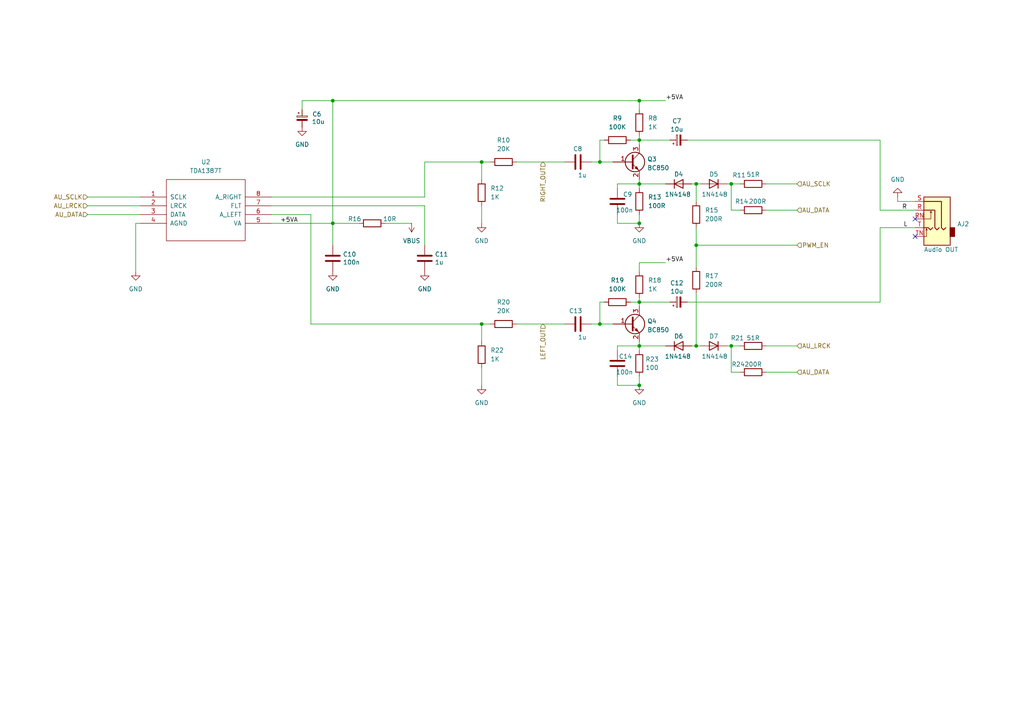
<source format=kicad_sch>
(kicad_sch (version 20231120) (generator "eeschema") (generator_version "8.0")
  (paper "A4")
  (title_block (title "Valera-2350A") (date "2025-01-30") (rev "1.0") (company "Mikhail Matveev") (comment 1 "https://github.com/xtremespb/frank"))
  (lib_symbols
    (symbol "Connector_Audio:AudioJack3_SwitchTR"
      (property "Reference" "J" (at 0 8.89 0))
      (property "Value" "AudioJack3_SwitchTR" (at 0 6.35 0))
      (symbol "AudioJack3_SwitchTR_0_1"
        (rectangle (start -5.08 -5.08) (end -6.35 -7.62) (stroke (width 0.254)) (fill (type outline)))
        (polyline (pts (xy 0.508 -0.254) (xy 0.762 -0.762)))
        (polyline (pts (xy 1.778 -5.334) (xy 2.032 -5.842)))
        (polyline (pts (xy 0 -5.08) (xy 0.635 -5.715) (xy 1.27 -5.08) (xy 2.54 -5.08)) (stroke (width 0.254)))
        (polyline (pts (xy 2.54 -7.62) (xy 1.778 -7.62) (xy 1.778 -5.334) (xy 1.524 -5.842)))
        (polyline (pts (xy 2.54 -2.54) (xy 0.508 -2.54) (xy 0.508 -0.254) (xy 0.254 -0.762)))
        (polyline (pts (xy -1.905 -5.08) (xy -1.27 -5.715) (xy -0.635 -5.08) (xy -0.635 0) (xy 2.54 0)) (stroke (width 0.254)))
        (polyline (pts (xy 2.54 2.54) (xy -2.54 2.54) (xy -2.54 -5.08) (xy -3.175 -5.715) (xy -3.81 -5.08)) (stroke (width 0.254)))
        (rectangle (start 2.54 3.81) (end -5.08 -10.16) (stroke (width 0.254)) (fill (type background)))
      )
      (symbol "AudioJack3_SwitchTR_1_1"
        (pin passive line (at 5.08 0 180) (length 2.54) (name "~") (number "R"))
        (pin passive line (at 5.08 -2.54 180) (length 2.54) (name "~") (number "RN"))
        (pin passive line (at 5.08 2.54 180) (length 2.54) (name "~") (number "S"))
        (pin passive line (at 5.08 -5.08 180) (length 2.54) (name "~") (number "T"))
        (pin passive line (at 5.08 -7.62 180) (length 2.54) (name "~") (number "TN"))
      )
    )
    (symbol "D_1" (pin_numbers hide) (pin_names (offset 1.016) hide)
      (property "Reference" "D" (at 0 2.54 0))
      (property "Value" "D" (at 0 -2.54 0))
      (symbol "D_1_0_1"
        (polyline (pts (xy -1.27 1.27) (xy -1.27 -1.27)) (stroke (width 0.254)))
        (polyline (pts (xy 1.27 0) (xy -1.27 0)))
        (polyline (pts (xy 1.27 1.27) (xy 1.27 -1.27) (xy -1.27 0) (xy 1.27 1.27)) (stroke (width 0.254)))
      )
      (symbol "D_1_1_1"
        (pin passive line (at -3.81 0 0) (length 2.54) (name "K") (number "1"))
        (pin passive line (at 3.81 0 180) (length 2.54) (name "A") (number "2"))
      )
    )
    (symbol "D_2" (pin_numbers hide) (pin_names (offset 1.016) hide)
      (property "Reference" "D" (at 0 2.54 0))
      (property "Value" "D" (at 0 -2.54 0))
      (symbol "D_2_0_1"
        (polyline (pts (xy -1.27 1.27) (xy -1.27 -1.27)) (stroke (width 0.254)))
        (polyline (pts (xy 1.27 0) (xy -1.27 0)))
        (polyline (pts (xy 1.27 1.27) (xy 1.27 -1.27) (xy -1.27 0) (xy 1.27 1.27)) (stroke (width 0.254)))
      )
      (symbol "D_2_1_1"
        (pin passive line (at -3.81 0 0) (length 2.54) (name "K") (number "1"))
        (pin passive line (at 3.81 0 180) (length 2.54) (name "A") (number "2"))
      )
    )
    (symbol "D_3" (pin_numbers hide) (pin_names (offset 1.016) hide)
      (property "Reference" "D" (at 0 2.54 0))
      (property "Value" "D" (at 0 -2.54 0))
      (symbol "D_3_0_1"
        (polyline (pts (xy -1.27 1.27) (xy -1.27 -1.27)) (stroke (width 0.254)))
        (polyline (pts (xy 1.27 0) (xy -1.27 0)))
        (polyline (pts (xy 1.27 1.27) (xy 1.27 -1.27) (xy -1.27 0) (xy 1.27 1.27)) (stroke (width 0.254)))
      )
      (symbol "D_3_1_1"
        (pin passive line (at -3.81 0 0) (length 2.54) (name "K") (number "1"))
        (pin passive line (at 3.81 0 180) (length 2.54) (name "A") (number "2"))
      )
    )
    (symbol "Device:C" (pin_numbers hide) (pin_names (offset 0.254))
      (property "Reference" "C" (at 0.635 2.54 0))
      (property "Value" "C" (at 0.635 -2.54 0))
      (symbol "C_0_1"
        (polyline (pts (xy -2.032 -0.762) (xy 2.032 -0.762)) (stroke (width 0.508)))
        (polyline (pts (xy -2.032 0.762) (xy 2.032 0.762)) (stroke (width 0.508)))
      )
      (symbol "C_1_1"
        (pin passive line (at 0 3.81 270) (length 2.794) (name "~") (number "1"))
        (pin passive line (at 0 -3.81 90) (length 2.794) (name "~") (number "2"))
      )
    )
    (symbol "Device:C_Polarized_Small" (pin_numbers hide) (pin_names (offset 0.254) hide)
      (property "Reference" "C" (at 0.254 1.778 0))
      (property "Value" "C_Polarized_Small" (at 0.254 -2.032 0))
      (symbol "C_Polarized_Small_0_1"
        (rectangle (start -1.524 -0.3048) (end 1.524 -0.6858) (fill (type outline)))
        (rectangle (start -1.524 0.6858) (end 1.524 0.3048))
        (polyline (pts (xy -1.27 1.524) (xy -0.762 1.524)))
        (polyline (pts (xy -1.016 1.27) (xy -1.016 1.778)))
      )
      (symbol "C_Polarized_Small_1_1"
        (pin passive line (at 0 2.54 270) (length 1.8542) (name "~") (number "1"))
        (pin passive line (at 0 -2.54 90) (length 1.8542) (name "~") (number "2"))
      )
    )
    (symbol "Device:D" (pin_numbers hide) (pin_names (offset 1.016) hide)
      (property "Reference" "D" (at 0 2.54 0))
      (property "Value" "D" (at 0 -2.54 0))
      (symbol "D_0_1"
        (polyline (pts (xy -1.27 1.27) (xy -1.27 -1.27)) (stroke (width 0.254)))
        (polyline (pts (xy 1.27 0) (xy -1.27 0)))
        (polyline (pts (xy 1.27 1.27) (xy 1.27 -1.27) (xy -1.27 0) (xy 1.27 1.27)) (stroke (width 0.254)))
      )
      (symbol "D_1_1"
        (pin passive line (at -3.81 0 0) (length 2.54) (name "K") (number "1"))
        (pin passive line (at 3.81 0 180) (length 2.54) (name "A") (number "2"))
      )
    )
    (symbol "Device:R" (pin_numbers hide) (pin_names (offset 0))
      (property "Reference" "R" (at 2.032 0 90))
      (property "Value" "R" (at 0 0 90))
      (symbol "R_0_1"
        (rectangle (start -1.016 -2.54) (end 1.016 2.54) (stroke (width 0.254)))
      )
      (symbol "R_1_1"
        (pin passive line (at 0 3.81 270) (length 1.27) (name "~") (number "1"))
        (pin passive line (at 0 -3.81 90) (length 1.27) (name "~") (number "2"))
      )
    )
    (symbol "FRANK:TDA1387T" (pin_names (offset 1.016))
      (property "Reference" "U4" (at 0 12.9075 0))
      (property "Value" "TDA1387T" (at 0 10.4832 0))
      (symbol "TDA1387T_1_0"
        (rectangle (start -11.43 -8.89) (end 11.43 8.89))
      )
      (symbol "TDA1387T_1_1"
        (pin input line (at -19.05 3.81 0) (length 7.62) (name "SCLK") (number "1"))
        (pin input line (at -19.05 1.27 0) (length 7.62) (name "LRCK") (number "2"))
        (pin input line (at -19.05 -1.27 0) (length 7.62) (name "DATA") (number "3"))
        (pin input line (at -19.05 -3.81 0) (length 7.62) (name "AGND") (number "4"))
        (pin input line (at 19.05 -3.81 180) (length 7.62) (name "VA") (number "5"))
        (pin input line (at 19.05 -1.27 180) (length 7.62) (name "A_LEFT") (number "6"))
        (pin input line (at 19.05 1.27 180) (length 7.62) (name "FLT") (number "7"))
        (pin input line (at 19.05 3.81 180) (length 7.62) (name "A_RIGHT") (number "8"))
      )
    )
    (symbol "GND_1" (power) (pin_numbers hide) (pin_names (offset 0) hide)
      (property "Value" "GND" (at 0 -3.81 0))
      (symbol "GND_1_0_1"
        (polyline (pts (xy 0 0) (xy 0 -1.27) (xy 1.27 -1.27) (xy 0 -2.54) (xy -1.27 -1.27) (xy 0 -1.27)))
      )
      (symbol "GND_1_1_1"
        (pin power_in line (at 0 0 270) (length 0) (name "~") (number "1"))
      )
    )
    (symbol "GND_2" (power) (pin_numbers hide) (pin_names (offset 0) hide)
      (property "Value" "GND" (at 0 -3.81 0))
      (symbol "GND_2_0_1"
        (polyline (pts (xy 0 0) (xy 0 -1.27) (xy 1.27 -1.27) (xy 0 -2.54) (xy -1.27 -1.27) (xy 0 -1.27)))
      )
      (symbol "GND_2_1_1"
        (pin power_in line (at 0 0 270) (length 0) (name "~") (number "1"))
      )
    )
    (symbol "Transistor_BJT:BC850" (pin_names (offset 0) hide)
      (property "Reference" "Q" (at 5.08 1.905 0))
      (property "Value" "BC850" (at 5.08 0 0))
      (symbol "BC850_0_1"
        (polyline (pts (xy 0.635 0.635) (xy 2.54 2.54)))
        (polyline (pts (xy 0.635 -0.635) (xy 2.54 -2.54) (xy 2.54 -2.54)))
        (polyline (pts (xy 0.635 1.905) (xy 0.635 -1.905) (xy 0.635 -1.905)) (stroke (width 0.508)))
        (polyline (pts (xy 1.27 -1.778) (xy 1.778 -1.27) (xy 2.286 -2.286) (xy 1.27 -1.778) (xy 1.27 -1.778)) (fill (type outline)))
        (circle (center 1.27 0) (radius 2.8194) (stroke (width 0.254)))
      )
      (symbol "BC850_1_1"
        (pin input line (at -5.08 0 0) (length 5.715) (name "B") (number "1"))
        (pin passive line (at 2.54 -5.08 90) (length 2.54) (name "E") (number "2"))
        (pin passive line (at 2.54 5.08 270) (length 2.54) (name "C") (number "3"))
      )
    )
    (symbol "power:VBUS" (power) (pin_numbers hide) (pin_names (offset 0) hide)
      (property "Value" "VBUS" (at 0 3.556 0))
      (symbol "VBUS_0_1"
        (polyline (pts (xy -0.762 1.27) (xy 0 2.54)))
        (polyline (pts (xy 0 0) (xy 0 2.54)))
        (polyline (pts (xy 0 2.54) (xy 0.762 1.27)))
      )
      (symbol "VBUS_1_1"
        (pin power_in line (at 0 0 90) (length 0) (name "~") (number "1"))
      )
    )
  )
  (junction (at 201.93 53.34))
  (junction (at 185.42 53.34))
  (junction (at 201.93 100.33))
  (junction (at 212.09 100.33))
  (junction (at 139.7 46.99))
  (junction (at 185.42 40.64))
  (junction (at 139.7 93.98))
  (junction (at 185.42 100.33))
  (junction (at 212.09 53.34))
  (junction (at 185.42 87.63))
  (junction (at 96.52 29.21))
  (junction (at 185.42 29.21))
  (junction (at 173.99 93.98))
  (junction (at 96.52 64.77))
  (junction (at 201.93 71.12))
  (junction (at 185.42 111.76))
  (junction (at 185.42 64.77))
  (junction (at 173.99 46.99))
  (no_connect (at 265.43 68.58))
  (no_connect (at 265.43 63.5))
  (wire (pts (xy 199.39 40.64) (xy 255.27 40.64)))
  (wire (pts (xy 185.42 53.34) (xy 185.42 52.07)))
  (wire (pts (xy 185.42 87.63) (xy 185.42 88.9)))
  (wire (pts (xy 214.63 107.95) (xy 212.09 107.95)))
  (wire (pts (xy 185.42 40.64) (xy 194.31 40.64)))
  (wire (pts (xy 171.45 93.98) (xy 173.99 93.98)))
  (wire (pts (xy 39.37 64.77) (xy 39.37 78.74)))
  (wire (pts (xy 255.27 87.63) (xy 255.27 66.04)))
  (wire (pts (xy 185.42 76.2) (xy 193.04 76.2)))
  (wire (pts (xy 139.7 93.98) (xy 142.24 93.98)))
  (wire (pts (xy 25.4 62.23) (xy 40.64 62.23)))
  (wire (pts (xy 171.45 46.99) (xy 173.99 46.99)))
  (wire (pts (xy 179.07 100.33) (xy 185.42 100.33)))
  (wire (pts (xy 90.17 93.98) (xy 90.17 62.23)))
  (wire (pts (xy 201.93 71.12) (xy 201.93 77.47)))
  (wire (pts (xy 200.66 100.33) (xy 201.93 100.33)))
  (wire (pts (xy 203.2 100.33) (xy 201.93 100.33)))
  (wire (pts (xy 185.42 40.64) (xy 185.42 41.91)))
  (wire (pts (xy 96.52 29.21) (xy 96.52 64.77)))
  (wire (pts (xy 222.25 60.96) (xy 231.14 60.96)))
  (wire (pts (xy 210.82 53.34) (xy 212.09 53.34)))
  (wire (pts (xy 210.82 100.33) (xy 212.09 100.33)))
  (wire (pts (xy 39.37 64.77) (xy 40.64 64.77)))
  (wire (pts (xy 222.25 100.33) (xy 231.14 100.33)))
  (wire (pts (xy 139.7 59.69) (xy 139.7 64.77)))
  (wire (pts (xy 212.09 107.95) (xy 212.09 100.33)))
  (wire (pts (xy 203.2 53.34) (xy 201.93 53.34)))
  (wire (pts (xy 25.4 59.69) (xy 40.64 59.69)))
  (wire (pts (xy 173.99 40.64) (xy 173.99 46.99)))
  (wire (pts (xy 96.52 64.77) (xy 96.52 71.12)))
  (wire (pts (xy 149.86 93.98) (xy 163.83 93.98)))
  (wire (pts (xy 212.09 60.96) (xy 212.09 53.34)))
  (wire (pts (xy 201.93 85.09) (xy 201.93 100.33)))
  (wire (pts (xy 139.7 46.99) (xy 139.7 52.07)))
  (wire (pts (xy 265.43 60.96) (xy 255.27 60.96)))
  (wire (pts (xy 175.26 87.63) (xy 173.99 87.63)))
  (wire (pts (xy 149.86 46.99) (xy 163.83 46.99)))
  (wire (pts (xy 185.42 100.33) (xy 185.42 99.06)))
  (wire (pts (xy 222.25 107.95) (xy 231.14 107.95)))
  (wire (pts (xy 182.88 87.63) (xy 185.42 87.63)))
  (wire (pts (xy 255.27 60.96) (xy 255.27 40.64)))
  (wire (pts (xy 173.99 46.99) (xy 177.8 46.99)))
  (wire (pts (xy 185.42 100.33) (xy 185.42 101.6)))
  (wire (pts (xy 96.52 64.77) (xy 104.14 64.77)))
  (wire (pts (xy 185.42 86.36) (xy 185.42 87.63)))
  (wire (pts (xy 212.09 100.33) (xy 214.63 100.33)))
  (wire (pts (xy 265.43 58.42) (xy 260.35 58.42)))
  (wire (pts (xy 200.66 53.34) (xy 201.93 53.34)))
  (wire (pts (xy 123.19 59.69) (xy 123.19 71.12)))
  (wire (pts (xy 173.99 87.63) (xy 173.99 93.98)))
  (wire (pts (xy 90.17 93.98) (xy 139.7 93.98)))
  (wire (pts (xy 78.74 62.23) (xy 90.17 62.23)))
  (wire (pts (xy 179.07 111.76) (xy 185.42 111.76)))
  (wire (pts (xy 201.93 53.34) (xy 201.93 58.42)))
  (wire (pts (xy 182.88 40.64) (xy 185.42 40.64)))
  (wire (pts (xy 214.63 60.96) (xy 212.09 60.96)))
  (wire (pts (xy 185.42 29.21) (xy 96.52 29.21)))
  (wire (pts (xy 139.7 93.98) (xy 139.7 99.06)))
  (wire (pts (xy 123.19 57.15) (xy 123.19 46.99)))
  (wire (pts (xy 179.07 109.22) (xy 179.07 111.76)))
  (wire (pts (xy 201.93 71.12) (xy 231.14 71.12)))
  (wire (pts (xy 255.27 66.04) (xy 265.43 66.04)))
  (wire (pts (xy 139.7 106.68) (xy 139.7 111.76)))
  (wire (pts (xy 179.07 64.77) (xy 185.42 64.77)))
  (wire (pts (xy 173.99 93.98) (xy 177.8 93.98)))
  (wire (pts (xy 193.04 100.33) (xy 185.42 100.33)))
  (wire (pts (xy 87.63 29.21) (xy 96.52 29.21)))
  (wire (pts (xy 179.07 101.6) (xy 179.07 100.33)))
  (wire (pts (xy 78.74 64.77) (xy 96.52 64.77)))
  (wire (pts (xy 179.07 53.34) (xy 185.42 53.34)))
  (wire (pts (xy 175.26 40.64) (xy 173.99 40.64)))
  (wire (pts (xy 78.74 59.69) (xy 123.19 59.69)))
  (wire (pts (xy 185.42 109.22) (xy 185.42 111.76)))
  (wire (pts (xy 25.4 57.15) (xy 40.64 57.15)))
  (wire (pts (xy 193.04 53.34) (xy 185.42 53.34)))
  (wire (pts (xy 185.42 53.34) (xy 185.42 54.61)))
  (wire (pts (xy 185.42 62.23) (xy 185.42 64.77)))
  (wire (pts (xy 111.76 64.77) (xy 119.38 64.77)))
  (wire (pts (xy 139.7 46.99) (xy 142.24 46.99)))
  (wire (pts (xy 185.42 39.37) (xy 185.42 40.64)))
  (wire (pts (xy 260.35 58.42) (xy 260.35 57.15)))
  (wire (pts (xy 179.07 54.61) (xy 179.07 53.34)))
  (wire (pts (xy 185.42 31.75) (xy 185.42 29.21)))
  (wire (pts (xy 179.07 62.23) (xy 179.07 64.77)))
  (wire (pts (xy 123.19 46.99) (xy 139.7 46.99)))
  (wire (pts (xy 185.42 87.63) (xy 194.31 87.63)))
  (wire (pts (xy 78.74 57.15) (xy 123.19 57.15)))
  (wire (pts (xy 199.39 87.63) (xy 255.27 87.63)))
  (wire (pts (xy 201.93 66.04) (xy 201.93 71.12)))
  (wire (pts (xy 212.09 53.34) (xy 214.63 53.34)))
  (wire (pts (xy 87.63 31.75) (xy 87.63 29.21)))
  (wire (pts (xy 222.25 53.34) (xy 231.14 53.34)))
  (wire (pts (xy 185.42 29.21) (xy 193.04 29.21)))
  (wire (pts (xy 185.42 78.74) (xy 185.42 76.2)))
  (label "L" (at 262.0368 66.04 0))
  (label "+5VA" (at 193.04 29.21 0))
  (label "R" (at 261.62 60.96 0))
  (label "+5VA" (at 193.04 76.2 0))
  (label "+5VA" (at 81.28 64.77 0))
  (hierarchical_label "AU_LRCK" (shape input) (at 231.14 100.33 0))
  (hierarchical_label "AU_DATA" (shape input) (at 231.14 107.95 0))
  (hierarchical_label "AU_SCLK" (shape input) (at 25.4 57.15 180))
  (hierarchical_label "AU_DATA" (shape input) (at 231.14 60.96 0))
  (hierarchical_label "AU_LRCK" (shape input) (at 25.4 59.69 180))
  (hierarchical_label "PWM_EN" (shape input) (at 231.14 71.12 0))
  (hierarchical_label "RIGHT_OUT" (shape input) (at 157.48 46.99 270))
  (hierarchical_label "LEFT_OUT" (shape input) (at 157.48 93.98 270))
  (hierarchical_label "AU_SCLK" (shape input) (at 231.14 53.34 0))
  (hierarchical_label "AU_DATA" (shape input) (at 25.4 62.23 180))
  (symbol (lib_name "GND_2") (lib_id "power:GND") (at 185.42 64.77 0) (unit 1)
    (property "Reference" "#PWR021" (effects (hide yes)))
    (property "Value" "GND" (at 185.42 69.85 0))
    (property "Description" "Power symbol creates a global label with name \"GND\" , ground" (effects (hide yes)))
    (instances (project "38NJU24" (path "" (reference "#PWR021") (unit 1))) (project "38NJU24" (path "" (reference "#PWR043") (unit 1))))
  )
  (symbol (lib_id "Device:R") (at 218.44 100.33 90) (unit 1)
    (property "Reference" "R21" (at 213.868 98.044 90))
    (property "Value" "51R" (at 218.44 98.044 90))
    (property "Footprint" "FRANK:Resistor (0805)" (effects (hide yes)))
    (property "Datasheet" "https://www.vishay.com/docs/28952/mcs0402at-mct0603at-mcu0805at-mca1206at.pdf" (effects (hide yes)))
    (instances (project "38NJU24" (path "" (reference "R21") (unit 1))) (project "38NJU24" (path "" (reference "R31") (unit 1))))
  )
  (symbol (lib_name "GND_2") (lib_id "power:GND") (at 123.19 78.74 0) (unit 1)
    (property "Reference" "#PWR024" (effects (hide yes)))
    (property "Value" "GND" (at 123.19 83.82 0))
    (property "Description" "Power symbol creates a global label with name \"GND\" , ground" (effects (hide yes)))
    (instances (project "38NJU24" (path "" (reference "#PWR024") (unit 1))) (project "38NJU24" (path "" (reference "#PWR046") (unit 1))))
  )
  (symbol (lib_id "Device:C") (at 123.19 74.93 0) (unit 1)
    (property "Reference" "C11" (at 126.111 73.7616 0) (effects (justify left)))
    (property "Value" "1u" (at 126.111 76.073 0) (effects (justify left)))
    (property "Footprint" "FRANK:Capacitor (0805)" (effects (hide yes)))
    (property "Datasheet" "https://eu.mouser.com/datasheet/2/40/KGM_X7R-3223212.pdf" (effects (hide yes)))
    (instances (project "38NJU24" (path "" (reference "C11") (unit 1))) (project "38NJU24" (path "" (reference "C26") (unit 1))))
  )
  (symbol (lib_name "D_2") (lib_id "Device:D") (at 207.01 100.33 0) (mirror y) (unit 1)
    (property "Reference" "D7" (at 207.01 97.536 0))
    (property "Value" "1N4148" (at 207.264 103.378 0))
    (property "Footprint" "FRANK:Diode (SOD-323)" (effects (hide yes)))
    (property "Datasheet" "https://www.vishay.com/docs/40002/293d.pdf" (effects (hide yes)))
    (property "Description" "Diode" (effects (hide yes)))
    (property "Sim.Device" "D" (effects (hide yes)))
    (property "Sim.Pins" "1=K 2=A" (effects (hide yes)))
    (instances (project "38NJU24" (path "" (reference "D7") (unit 1))) (project "38NJU24" (path "" (reference "D8") (unit 1))))
  )
  (symbol (lib_id "Transistor_BJT:BC850") (at 182.88 93.98 0) (unit 1)
    (property "Reference" "Q4" (at 187.7314 93.1453 0) (effects (justify left)))
    (property "Value" "BC850" (at 187.7314 95.6822 0) (effects (justify left)))
    (property "Footprint" "FRANK:SOT-23" (effects (hide yes)))
    (property "Datasheet" "http://www.infineon.com/dgdl/Infineon-BC847SERIES_BC848SERIES_BC849SERIES_BC850SERIES-DS-v01_01-en.pdf?fileId=db3a304314dca389011541d4630a1657" (effects (hide yes)))
    (instances (project "38NJU24" (path "" (reference "Q4") (unit 1))) (project "38NJU24" (path "" (reference "Q2") (unit 1))))
  )
  (symbol (lib_id "Device:R") (at 218.44 60.96 90) (unit 1)
    (property "Reference" "R14" (at 215.138 58.42 90))
    (property "Value" "200R" (at 219.71 58.42 90))
    (property "Footprint" "FRANK:Resistor (0805)" (effects (hide yes)))
    (property "Datasheet" "https://www.vishay.com/docs/28952/mcs0402at-mct0603at-mcu0805at-mca1206at.pdf" (effects (hide yes)))
    (instances (project "38NJU24" (path "" (reference "R14") (unit 1))) (project "38NJU24" (path "" (reference "R24") (unit 1))))
  )
  (symbol (lib_id "Device:R") (at 139.7 55.88 0) (unit 1)
    (property "Reference" "R12" (at 142.24 54.6099 0) (effects (justify left)))
    (property "Value" "1K" (at 142.24 57.1499 0) (effects (justify left)))
    (property "Footprint" "FRANK:Resistor (0805)" (effects (hide yes)))
    (property "Datasheet" "https://www.vishay.com/docs/28952/mcs0402at-mct0603at-mcu0805at-mca1206at.pdf" (effects (hide yes)))
    (instances (project "38NJU24" (path "" (reference "R12") (unit 1))) (project "38NJU24" (path "" (reference "R22") (unit 1))))
  )
  (symbol (lib_id "Device:R") (at 185.42 35.56 0) (unit 1)
    (property "Reference" "R8" (at 187.96 34.2899 0) (effects (justify left)))
    (property "Value" "1K" (at 187.96 36.8299 0) (effects (justify left)))
    (property "Footprint" "FRANK:Resistor (0805)" (effects (hide yes)))
    (property "Datasheet" "https://www.vishay.com/docs/28952/mcs0402at-mct0603at-mcu0805at-mca1206at.pdf" (effects (hide yes)))
    (instances (project "38NJU24" (path "" (reference "R8") (unit 1))) (project "38NJU24" (path "" (reference "R18") (unit 1))))
  )
  (symbol (lib_name "D_3") (lib_id "Device:D") (at 196.85 53.34 0) (unit 1)
    (property "Reference" "D4" (at 196.85 50.546 0))
    (property "Value" "1N4148" (at 196.596 56.388 0))
    (property "Footprint" "FRANK:Diode (SOD-323)" (effects (hide yes)))
    (property "Datasheet" "https://www.vishay.com/docs/40002/293d.pdf" (effects (hide yes)))
    (property "Description" "Diode" (effects (hide yes)))
    (property "Sim.Device" "D" (effects (hide yes)))
    (property "Sim.Pins" "1=K 2=A" (effects (hide yes)))
    (instances (project "38NJU24" (path "" (reference "D4") (unit 1))) (project "38NJU24" (path "" (reference "D5") (unit 1))))
  )
  (symbol (lib_id "Device:C") (at 179.07 105.41 180) (unit 1)
    (property "Reference" "C14" (at 183.388 103.378 0) (effects (justify left)))
    (property "Value" "100n" (at 183.642 107.95 0) (effects (justify left)))
    (property "Footprint" "FRANK:Capacitor (0805)" (effects (hide yes)))
    (property "Datasheet" "https://eu.mouser.com/datasheet/2/40/KGM_X7R-3223212.pdf" (effects (hide yes)))
    (instances (project "38NJU24" (path "" (reference "C14") (unit 1))) (project "38NJU24" (path "" (reference "C29") (unit 1))))
  )
  (symbol (lib_name "GND_1") (lib_id "power:GND") (at 260.35 57.15 180) (unit 1)
    (property "Reference" "#PWR018" (effects (hide yes)))
    (property "Value" "GND" (at 260.35 52.07 0))
    (property "Description" "Power symbol creates a global label with name \"GND\" , ground" (effects (hide yes)))
    (instances (project "" (path "" (reference "#PWR018") (unit 1))) (project "" (path "" (reference "#PWR040") (unit 1))))
  )
  (symbol (lib_id "Device:R") (at 179.07 87.63 90) (unit 1)
    (property "Reference" "R19" (at 179.07 81.28 90))
    (property "Value" "100K" (at 179.07 83.82 90))
    (property "Footprint" "FRANK:Resistor (0805)" (effects (hide yes)))
    (property "Datasheet" "https://www.vishay.com/docs/28952/mcs0402at-mct0603at-mcu0805at-mca1206at.pdf" (effects (hide yes)))
    (instances (project "38NJU24" (path "" (reference "R19") (unit 1))) (project "38NJU24" (path "" (reference "R29") (unit 1))))
  )
  (symbol (lib_name "GND_2") (lib_id "power:GND") (at 139.7 64.77 0) (unit 1)
    (property "Reference" "#PWR020" (effects (hide yes)))
    (property "Value" "GND" (at 139.7 69.85 0))
    (property "Description" "Power symbol creates a global label with name \"GND\" , ground" (effects (hide yes)))
    (instances (project "38NJU24" (path "" (reference "#PWR020") (unit 1))) (project "38NJU24" (path "" (reference "#PWR042") (unit 1))))
  )
  (symbol (lib_id "Transistor_BJT:BC850") (at 182.88 46.99 0) (unit 1)
    (property "Reference" "Q3" (at 187.7314 46.1553 0) (effects (justify left)))
    (property "Value" "BC850" (at 187.7314 48.6922 0) (effects (justify left)))
    (property "Footprint" "FRANK:SOT-23" (effects (hide yes)))
    (property "Datasheet" "http://www.infineon.com/dgdl/Infineon-BC847SERIES_BC848SERIES_BC849SERIES_BC850SERIES-DS-v01_01-en.pdf?fileId=db3a304314dca389011541d4630a1657" (effects (hide yes)))
    (instances (project "38NJU24" (path "" (reference "Q3") (unit 1))) (project "38NJU24" (path "" (reference "Q1") (unit 1))))
  )
  (symbol (lib_id "FRANK:TDA1387T") (at 59.69 60.96 0) (unit 1)
    (property "Reference" "U2" (at 59.69 46.99 0))
    (property "Value" "TDA1387T" (at 59.69 49.53 0))
    (property "Footprint" "FRANK:SO-8" (effects (hide yes)))
    (instances (project "38NJU24" (path "" (reference "U2") (unit 1))) (project "38NJU24" (path "" (reference "U5") (unit 1))))
  )
  (symbol (lib_id "Device:R") (at 218.44 53.34 90) (unit 1)
    (property "Reference" "R11" (at 214.376 50.8 90))
    (property "Value" "51R" (at 218.44 50.6038 90))
    (property "Footprint" "FRANK:Resistor (0805)" (effects (hide yes)))
    (property "Datasheet" "https://www.vishay.com/docs/28952/mcs0402at-mct0603at-mcu0805at-mca1206at.pdf" (effects (hide yes)))
    (instances (project "38NJU24" (path "" (reference "R11") (unit 1))) (project "38NJU24" (path "" (reference "R21") (unit 1))))
  )
  (symbol (lib_id "Device:C_Polarized_Small") (at 87.63 34.29 0) (unit 1)
    (property "Reference" "C6" (at 90.551 33.1216 0) (effects (justify left)))
    (property "Value" "10u" (at 90.424 35.306 0) (effects (justify left)))
    (property "Footprint" "FRANK:Capacitor (3528, tantalum, polar)" (effects (hide yes)))
    (property "Description" "Polarized capacitor, small symbol" (effects (hide yes)))
    (instances (project "38NJU24" (path "" (reference "C6") (unit 1))) (project "38NJU24" (path "" (reference "C21") (unit 1))))
  )
  (symbol (lib_name "GND_2") (lib_id "power:GND") (at 96.52 78.74 0) (unit 1)
    (property "Reference" "#PWR023" (effects (hide yes)))
    (property "Value" "GND" (at 96.52 83.82 0))
    (property "Description" "Power symbol creates a global label with name \"GND\" , ground" (effects (hide yes)))
    (instances (project "" (path "" (reference "#PWR023") (unit 1))) (project "" (path "" (reference "#PWR045") (unit 1))))
  )
  (symbol (lib_id "Device:D") (at 207.01 53.34 0) (mirror y) (unit 1)
    (property "Reference" "D5" (at 207.01 50.546 0))
    (property "Value" "1N4148" (at 207.264 56.388 0))
    (property "Footprint" "FRANK:Diode (SOD-323)" (effects (hide yes)))
    (property "Datasheet" "https://www.vishay.com/docs/40002/293d.pdf" (effects (hide yes)))
    (property "Description" "Diode" (effects (hide yes)))
    (property "Sim.Device" "D" (effects (hide yes)))
    (property "Sim.Pins" "1=K 2=A" (effects (hide yes)))
    (instances (project "38NJU24" (path "" (reference "D5") (unit 1))) (project "38NJU24" (path "" (reference "D6") (unit 1))))
  )
  (symbol (lib_id "Device:R") (at 218.44 107.95 90) (unit 1)
    (property "Reference" "R24" (at 214.122 105.664 90))
    (property "Value" "200R" (at 218.44 105.664 90))
    (property "Footprint" "FRANK:Resistor (0805)" (effects (hide yes)))
    (property "Datasheet" "https://www.vishay.com/docs/28952/mcs0402at-mct0603at-mcu0805at-mca1206at.pdf" (effects (hide yes)))
    (instances (project "38NJU24" (path "" (reference "R24") (unit 1))) (project "38NJU24" (path "" (reference "R34") (unit 1))))
  )
  (symbol (lib_id "Device:C") (at 167.64 46.99 90) (unit 1)
    (property "Reference" "C8" (at 168.91 43.18 90) (effects (justify left)))
    (property "Value" "1u" (at 170.18 50.8 90) (effects (justify left)))
    (property "Footprint" "FRANK:Capacitor (0805)" (effects (hide yes)))
    (property "Datasheet" "https://eu.mouser.com/datasheet/2/40/KGM_X7R-3223212.pdf" (effects (hide yes)))
    (instances (project "38NJU24" (path "" (reference "C8") (unit 1))) (project "38NJU24" (path "" (reference "C23") (unit 1))))
  )
  (symbol (lib_id "Device:R") (at 185.42 82.55 0) (unit 1)
    (property "Reference" "R18" (at 187.96 81.2799 0) (effects (justify left)))
    (property "Value" "1K" (at 187.96 83.8199 0) (effects (justify left)))
    (property "Footprint" "FRANK:Resistor (0805)" (effects (hide yes)))
    (property "Datasheet" "https://www.vishay.com/docs/28952/mcs0402at-mct0603at-mcu0805at-mca1206at.pdf" (effects (hide yes)))
    (instances (project "38NJU24" (path "" (reference "R18") (unit 1))) (project "38NJU24" (path "" (reference "R28") (unit 1))))
  )
  (symbol (lib_id "Device:R") (at 107.95 64.77 90) (unit 1)
    (property "Reference" "R16" (at 102.87 63.5 90))
    (property "Value" "10R" (at 113.03 63.5 90))
    (property "Footprint" "FRANK:Resistor (0805)" (effects (hide yes)))
    (property "Datasheet" "https://www.vishay.com/docs/28952/mcs0402at-mct0603at-mcu0805at-mca1206at.pdf" (effects (hide yes)))
    (instances (project "38NJU24" (path "" (reference "R16") (unit 1))) (project "38NJU24" (path "" (reference "R26") (unit 1))))
  )
  (symbol (lib_id "Device:R") (at 201.93 62.23 0) (unit 1)
    (property "Reference" "R15" (at 204.47 60.9599 0) (effects (justify left)))
    (property "Value" "200R" (at 204.47 63.4999 0) (effects (justify left)))
    (property "Footprint" "FRANK:Resistor (0805)" (effects (hide yes)))
    (property "Datasheet" "https://www.vishay.com/docs/28952/mcs0402at-mct0603at-mcu0805at-mca1206at.pdf" (effects (hide yes)))
    (instances (project "38NJU24" (path "" (reference "R15") (unit 1))) (project "38NJU24" (path "" (reference "R25") (unit 1))))
  )
  (symbol (lib_name "GND_2") (lib_id "power:GND") (at 185.42 111.76 0) (unit 1)
    (property "Reference" "#PWR026" (effects (hide yes)))
    (property "Value" "GND" (at 185.42 116.84 0))
    (property "Description" "Power symbol creates a global label with name \"GND\" , ground" (effects (hide yes)))
    (instances (project "38NJU24" (path "" (reference "#PWR026") (unit 1))) (project "38NJU24" (path "" (reference "#PWR048") (unit 1))))
  )
  (symbol (lib_id "Device:C") (at 96.52 74.93 0) (unit 1)
    (property "Reference" "C10" (at 99.441 73.7616 0) (effects (justify left)))
    (property "Value" "100n" (at 99.441 76.073 0) (effects (justify left)))
    (property "Footprint" "FRANK:Capacitor (0805)" (effects (hide yes)))
    (property "Datasheet" "https://eu.mouser.com/datasheet/2/40/KGM_X7R-3223212.pdf" (effects (hide yes)))
    (instances (project "38NJU24" (path "" (reference "C10") (unit 1))) (project "38NJU24" (path "" (reference "C25") (unit 1))))
  )
  (symbol (lib_id "Device:R") (at 146.05 46.99 90) (unit 1)
    (property "Reference" "R10" (at 146.05 40.64 90))
    (property "Value" "20K" (at 146.05 43.18 90))
    (property "Footprint" "FRANK:Resistor (0805)" (effects (hide yes)))
    (property "Datasheet" "https://www.vishay.com/docs/28952/mcs0402at-mct0603at-mcu0805at-mca1206at.pdf" (effects (hide yes)))
    (instances (project "38NJU24" (path "" (reference "R10") (unit 1))) (project "38NJU24" (path "" (reference "R20") (unit 1))))
  )
  (symbol (lib_id "Device:C") (at 179.07 58.42 180) (unit 1)
    (property "Reference" "C9" (at 183.388 56.388 0) (effects (justify left)))
    (property "Value" "100n" (at 183.642 60.96 0) (effects (justify left)))
    (property "Footprint" "FRANK:Capacitor (0805)" (effects (hide yes)))
    (property "Datasheet" "https://eu.mouser.com/datasheet/2/40/KGM_X7R-3223212.pdf" (effects (hide yes)))
    (instances (project "38NJU24" (path "" (reference "C9") (unit 1))) (project "38NJU24" (path "" (reference "C24") (unit 1))))
  )
  (symbol (lib_id "Device:C") (at 167.64 93.98 90) (unit 1)
    (property "Reference" "C13" (at 168.91 90.17 90) (effects (justify left)))
    (property "Value" "1u" (at 170.18 97.79 90) (effects (justify left)))
    (property "Footprint" "FRANK:Capacitor (0805)" (effects (hide yes)))
    (property "Datasheet" "https://eu.mouser.com/datasheet/2/40/KGM_X7R-3223212.pdf" (effects (hide yes)))
    (instances (project "38NJU24" (path "" (reference "C13") (unit 1))) (project "38NJU24" (path "" (reference "C28") (unit 1))))
  )
  (symbol (lib_id "Device:C_Polarized_Small") (at 196.85 87.63 90) (unit 1)
    (property "Reference" "C12" (at 196.3039 82.0885 90))
    (property "Value" "10u" (at 196.3039 84.5128 90))
    (property "Footprint" "FRANK:Capacitor (3528, tantalum, polar)" (effects (hide yes)))
    (instances (project "38NJU24" (path "" (reference "C12") (unit 1))) (project "38NJU24" (path "" (reference "C27") (unit 1))))
  )
  (symbol (lib_id "Device:R") (at 201.93 81.28 0) (unit 1)
    (property "Reference" "R17" (at 204.47 80.0099 0) (effects (justify left)))
    (property "Value" "200R" (at 204.47 82.5499 0) (effects (justify left)))
    (property "Footprint" "FRANK:Resistor (0805)" (effects (hide yes)))
    (property "Datasheet" "https://www.vishay.com/docs/28952/mcs0402at-mct0603at-mcu0805at-mca1206at.pdf" (effects (hide yes)))
    (instances (project "38NJU24" (path "" (reference "R17") (unit 1))) (project "38NJU24" (path "" (reference "R27") (unit 1))))
  )
  (symbol (lib_id "Device:R") (at 185.42 105.41 0) (unit 1)
    (property "Reference" "R23" (at 187.198 104.1978 0) (effects (justify left)))
    (property "Value" "100" (at 187.198 106.6221 0) (effects (justify left)))
    (property "Footprint" "FRANK:Resistor (0805)" (effects (hide yes)))
    (property "Datasheet" "https://www.vishay.com/docs/28952/mcs0402at-mct0603at-mcu0805at-mca1206at.pdf" (effects (hide yes)))
    (instances (project "38NJU24" (path "" (reference "R23") (unit 1))) (project "38NJU24" (path "" (reference "R33") (unit 1))))
  )
  (symbol (lib_id "Device:R") (at 146.05 93.98 90) (unit 1)
    (property "Reference" "R20" (at 146.05 87.63 90))
    (property "Value" "20K" (at 146.05 90.17 90))
    (property "Footprint" "FRANK:Resistor (0805)" (effects (hide yes)))
    (property "Datasheet" "https://www.vishay.com/docs/28952/mcs0402at-mct0603at-mcu0805at-mca1206at.pdf" (effects (hide yes)))
    (instances (project "38NJU24" (path "" (reference "R20") (unit 1))) (project "38NJU24" (path "" (reference "R30") (unit 1))))
  )
  (symbol (lib_id "Device:R") (at 185.42 58.42 0) (unit 1)
    (property "Reference" "R13" (at 187.96 57.1499 0) (effects (justify left)))
    (property "Value" "100R" (at 187.96 59.6899 0) (effects (justify left)))
    (property "Footprint" "FRANK:Resistor (0805)" (effects (hide yes)))
    (property "Datasheet" "https://www.vishay.com/docs/28952/mcs0402at-mct0603at-mcu0805at-mca1206at.pdf" (effects (hide yes)))
    (instances (project "38NJU24" (path "" (reference "R13") (unit 1))) (project "38NJU24" (path "" (reference "R23") (unit 1))))
  )
  (symbol (lib_id "Device:R") (at 179.07 40.64 90) (unit 1)
    (property "Reference" "R9" (at 179.07 34.29 90))
    (property "Value" "100K" (at 179.07 36.83 90))
    (property "Footprint" "FRANK:Resistor (0805)" (effects (hide yes)))
    (property "Datasheet" "https://www.vishay.com/docs/28952/mcs0402at-mct0603at-mcu0805at-mca1206at.pdf" (effects (hide yes)))
    (instances (project "38NJU24" (path "" (reference "R9") (unit 1))) (project "38NJU24" (path "" (reference "R19") (unit 1))))
  )
  (symbol (lib_id "Device:C_Polarized_Small") (at 196.85 40.64 90) (unit 1)
    (property "Reference" "C7" (at 196.3039 35.0985 90))
    (property "Value" "10u" (at 196.3039 37.5228 90))
    (property "Footprint" "FRANK:Capacitor (3528, tantalum, polar)" (effects (hide yes)))
    (instances (project "38NJU24" (path "" (reference "C7") (unit 1))) (project "38NJU24" (path "" (reference "C22") (unit 1))))
  )
  (symbol (lib_name "GND_2") (lib_id "power:GND") (at 139.7 111.76 0) (unit 1)
    (property "Reference" "#PWR025" (effects (hide yes)))
    (property "Value" "GND" (at 139.7 116.84 0))
    (property "Description" "Power symbol creates a global label with name \"GND\" , ground" (effects (hide yes)))
    (instances (project "38NJU24" (path "" (reference "#PWR025") (unit 1))) (project "38NJU24" (path "" (reference "#PWR047") (unit 1))))
  )
  (symbol (lib_id "Device:R") (at 139.7 102.87 0) (unit 1)
    (property "Reference" "R22" (at 142.24 101.5999 0) (effects (justify left)))
    (property "Value" "1K" (at 142.24 104.1399 0) (effects (justify left)))
    (property "Footprint" "FRANK:Resistor (0805)" (effects (hide yes)))
    (property "Datasheet" "https://www.vishay.com/docs/28952/mcs0402at-mct0603at-mcu0805at-mca1206at.pdf" (effects (hide yes)))
    (instances (project "38NJU24" (path "" (reference "R22") (unit 1))) (project "38NJU24" (path "" (reference "R32") (unit 1))))
  )
  (symbol (lib_name "D_1") (lib_id "Device:D") (at 196.85 100.33 0) (unit 1)
    (property "Reference" "D6" (at 196.85 97.536 0))
    (property "Value" "1N4148" (at 196.596 103.378 0))
    (property "Footprint" "FRANK:Diode (SOD-323)" (effects (hide yes)))
    (property "Datasheet" "https://www.vishay.com/docs/40002/293d.pdf" (effects (hide yes)))
    (property "Description" "Diode" (effects (hide yes)))
    (property "Sim.Device" "D" (effects (hide yes)))
    (property "Sim.Pins" "1=K 2=A" (effects (hide yes)))
    (instances (project "38NJU24" (path "" (reference "D6") (unit 1))) (project "38NJU24" (path "" (reference "D7") (unit 1))))
  )
  (symbol (lib_id "Connector_Audio:AudioJack3_SwitchTR") (at 270.51 60.96 0) (mirror y) (unit 1)
    (property "Reference" "AJ2" (at 277.6219 64.9697 0) (effects (justify right)))
    (property "Value" "Audio OUT" (at 267.97 72.39 0) (effects (justify right)))
    (property "Footprint" "FRANK:Jack (3.5mm)" (effects (hide yes)))
    (property "Datasheet" "https://eu.mouser.com/datasheet/2/1628/sj1_353xng-3511142.pdf" (effects (hide yes)))
    (property "Description" "Audio Jack, 3 Poles (Stereo / TRS), Switched TR Poles (Normalling)" (effects (hide yes)))
    (instances (project "38NJU24" (path "" (reference "AJ2") (unit 1))) (project "38NJU24" (path "" (reference "AJ1") (unit 1))))
  )
  (symbol (lib_name "GND_2") (lib_id "power:GND") (at 39.37 78.74 0) (unit 1)
    (property "Reference" "#PWR022" (effects (hide yes)))
    (property "Value" "GND" (at 39.37 83.82 0))
    (property "Description" "Power symbol creates a global label with name \"GND\" , ground" (effects (hide yes)))
    (instances (project "38NJU24" (path "" (reference "#PWR022") (unit 1))) (project "38NJU24" (path "" (reference "#PWR044") (unit 1))))
  )
  (symbol (lib_id "power:VBUS") (at 119.38 64.77 180) (unit 1)
    (property "Reference" "#PWR019" (effects (hide yes)))
    (property "Value" "VBUS" (at 119.38 69.85 0))
    (property "Description" "Power symbol creates a global label with name \"VBUS\"" (effects (hide yes)))
    (instances (project "" (path "" (reference "#PWR019") (unit 1))) (project "" (path "" (reference "#PWR041") (unit 1))))
  )
  (symbol (lib_name "GND_2") (lib_id "power:GND") (at 87.63 36.83 0) (unit 1)
    (property "Reference" "#PWR017" (effects (hide yes)))
    (property "Value" "GND" (at 87.63 41.91 0))
    (property "Description" "Power symbol creates a global label with name \"GND\" , ground" (effects (hide yes)))
    (instances (project "38NJU24" (path "" (reference "#PWR017") (unit 1))) (project "38NJU24" (path "" (reference "#PWR039") (unit 1))))
  )
)
</source>
